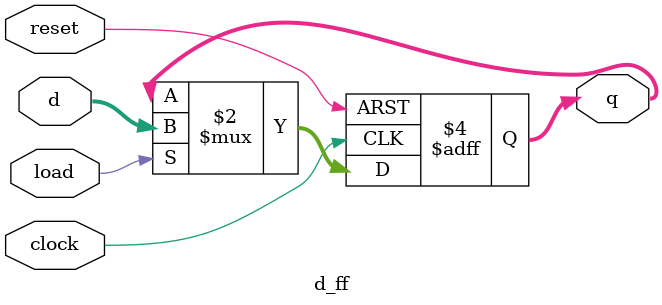
<source format=v>
`timescale 1ns / 1ps


module d_ff(clock, reset, d, q, load);

    input clock, reset, load;
    input [15:0] d;
    output reg [15:0] q;
    
    // D flip flop
    always @ (posedge reset or posedge clock) begin
        if(reset) q <= 16'b0;
        else
            if(load) q <= d;
    end // end of always
endmodule

</source>
